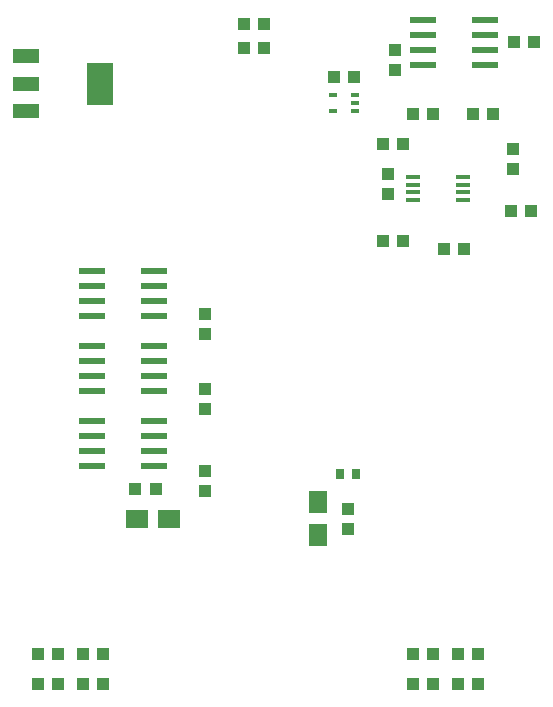
<source format=gbp>
G75*
%MOIN*%
%OFA0B0*%
%FSLAX25Y25*%
%IPPOS*%
%LPD*%
%AMOC8*
5,1,8,0,0,1.08239X$1,22.5*
%
%ADD10R,0.04331X0.03937*%
%ADD11R,0.04724X0.01181*%
%ADD12R,0.03937X0.04331*%
%ADD13R,0.05906X0.07677*%
%ADD14R,0.02756X0.03543*%
%ADD15R,0.07677X0.05906*%
%ADD16R,0.08661X0.02362*%
%ADD17R,0.08799X0.04799*%
%ADD18R,0.08661X0.14173*%
%ADD19R,0.02953X0.01181*%
D10*
X0064874Y0096300D03*
X0071566Y0096300D03*
X0088220Y0095454D03*
X0088220Y0102146D03*
X0088220Y0122954D03*
X0088220Y0129646D03*
X0088220Y0147954D03*
X0088220Y0154646D03*
X0147374Y0178800D03*
X0154066Y0178800D03*
X0149220Y0194454D03*
X0149220Y0201146D03*
X0137866Y0233600D03*
X0131174Y0233600D03*
X0190974Y0245200D03*
X0197666Y0245200D03*
X0190720Y0209646D03*
X0190720Y0202954D03*
D11*
X0174035Y0200135D03*
X0174035Y0197576D03*
X0174035Y0195017D03*
X0174035Y0192457D03*
X0157401Y0192457D03*
X0157401Y0195017D03*
X0157401Y0197576D03*
X0157401Y0200135D03*
D12*
X0032374Y0031300D03*
X0039066Y0031300D03*
X0047374Y0031300D03*
X0054066Y0031300D03*
X0054066Y0041300D03*
X0047374Y0041300D03*
X0039066Y0041300D03*
X0032374Y0041300D03*
X0135720Y0082954D03*
X0135720Y0089646D03*
X0157374Y0041300D03*
X0164066Y0041300D03*
X0172374Y0041300D03*
X0179066Y0041300D03*
X0179066Y0031300D03*
X0172374Y0031300D03*
X0164066Y0031300D03*
X0157374Y0031300D03*
X0167574Y0176300D03*
X0174266Y0176300D03*
X0189974Y0188800D03*
X0196666Y0188800D03*
X0184066Y0221300D03*
X0177374Y0221300D03*
X0164066Y0221300D03*
X0157374Y0221300D03*
X0154066Y0211300D03*
X0147374Y0211300D03*
X0151320Y0235754D03*
X0151320Y0242446D03*
X0107866Y0243300D03*
X0101174Y0243300D03*
X0101174Y0251300D03*
X0107866Y0251300D03*
D13*
X0125720Y0091713D03*
X0125720Y0080887D03*
D14*
X0133161Y0101300D03*
X0138279Y0101300D03*
D15*
X0076133Y0086300D03*
X0065307Y0086300D03*
D16*
X0070956Y0103800D03*
X0070956Y0108800D03*
X0070956Y0113800D03*
X0070956Y0118800D03*
X0070956Y0128800D03*
X0070956Y0133800D03*
X0070956Y0138800D03*
X0070956Y0143800D03*
X0070956Y0153800D03*
X0070956Y0158800D03*
X0070956Y0163800D03*
X0070956Y0168800D03*
X0050484Y0168800D03*
X0050484Y0163800D03*
X0050484Y0158800D03*
X0050484Y0153800D03*
X0050484Y0143800D03*
X0050484Y0138800D03*
X0050484Y0133800D03*
X0050484Y0128800D03*
X0050484Y0118800D03*
X0050484Y0113800D03*
X0050484Y0108800D03*
X0050484Y0103800D03*
X0160784Y0237600D03*
X0160784Y0242600D03*
X0160784Y0247600D03*
X0160784Y0252600D03*
X0181256Y0252600D03*
X0181256Y0247600D03*
X0181256Y0242600D03*
X0181256Y0237600D03*
D17*
X0028519Y0240398D03*
X0028519Y0231300D03*
X0028519Y0222202D03*
D18*
X0052921Y0231300D03*
D19*
X0130680Y0227459D03*
X0130680Y0222341D03*
X0138160Y0222341D03*
X0138160Y0224900D03*
X0138160Y0227459D03*
M02*

</source>
